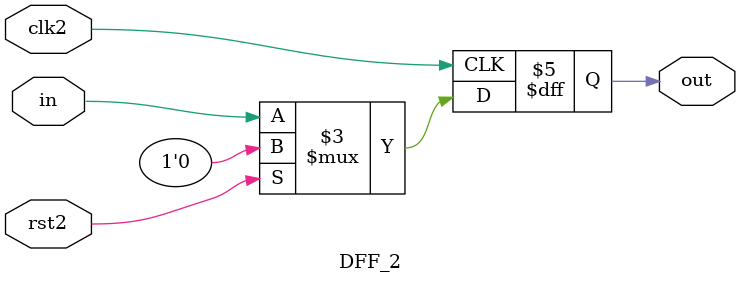
<source format=sv>
module DFF_2(
    input clk2,
    input rst2,
    input in,
    output logic out
);


always@(posedge clk2)begin
    if(rst2)begin
        out<=1'b0;
    end
    else begin
        out<=in;
    end
end

endmodule

</source>
